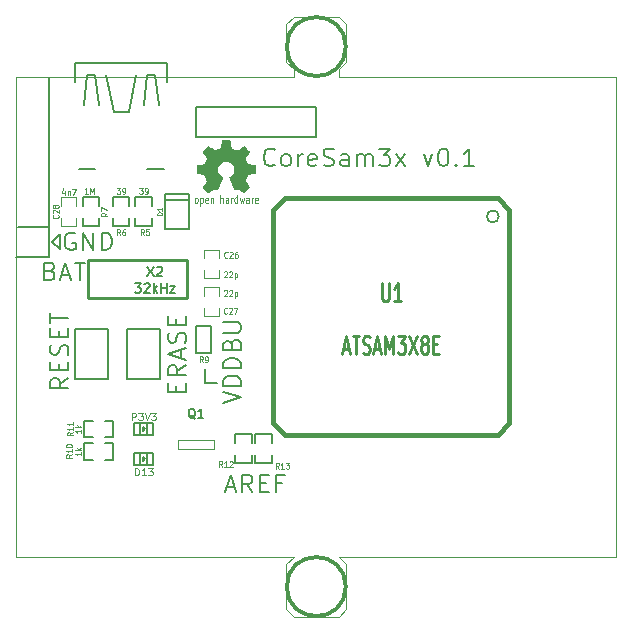
<source format=gto>
G04 (created by PCBNEW (2013-07-07 BZR 4022)-stable) date 02/11/2014 17:15:00*
%MOIN*%
G04 Gerber Fmt 3.4, Leading zero omitted, Abs format*
%FSLAX34Y34*%
G01*
G70*
G90*
G04 APERTURE LIST*
%ADD10C,0.00590551*%
%ADD11C,0.008*%
%ADD12C,0.00787402*%
%ADD13C,0.00393701*%
%ADD14C,0.015*%
%ADD15C,0.005*%
%ADD16C,0.0047*%
%ADD17C,0.012*%
%ADD18C,0.00295276*%
%ADD19C,0.0001*%
%ADD20C,0.01*%
%ADD21C,0.0075*%
%ADD22C,0.0045*%
%ADD23C,0.0051*%
%ADD24C,0.0039*%
G04 APERTURE END LIST*
G54D10*
G54D11*
X7003Y2309D02*
X7285Y2309D01*
X6947Y2140D02*
X7144Y2731D01*
X7341Y2140D01*
X7875Y2140D02*
X7678Y2422D01*
X7538Y2140D02*
X7538Y2731D01*
X7763Y2731D01*
X7819Y2703D01*
X7847Y2675D01*
X7875Y2619D01*
X7875Y2534D01*
X7847Y2478D01*
X7819Y2450D01*
X7763Y2422D01*
X7538Y2422D01*
X8128Y2450D02*
X8325Y2450D01*
X8409Y2140D02*
X8128Y2140D01*
X8128Y2731D01*
X8409Y2731D01*
X8859Y2450D02*
X8663Y2450D01*
X8663Y2140D02*
X8663Y2731D01*
X8944Y2731D01*
G54D12*
X1450Y10250D02*
X1450Y10750D01*
X1200Y10500D02*
X1450Y10250D01*
X1450Y10750D02*
X1200Y10500D01*
X1200Y10500D02*
X1450Y10750D01*
X10000Y14000D02*
X10000Y15000D01*
X6000Y14000D02*
X10000Y14000D01*
X6000Y15000D02*
X6000Y14000D01*
X10000Y15000D02*
X6000Y15000D01*
G54D11*
X8614Y13067D02*
X8586Y13039D01*
X8501Y13010D01*
X8445Y13010D01*
X8361Y13039D01*
X8305Y13095D01*
X8276Y13151D01*
X8248Y13264D01*
X8248Y13348D01*
X8276Y13460D01*
X8305Y13517D01*
X8361Y13573D01*
X8445Y13601D01*
X8501Y13601D01*
X8586Y13573D01*
X8614Y13545D01*
X8951Y13010D02*
X8895Y13039D01*
X8867Y13067D01*
X8839Y13123D01*
X8839Y13292D01*
X8867Y13348D01*
X8895Y13376D01*
X8951Y13404D01*
X9036Y13404D01*
X9092Y13376D01*
X9120Y13348D01*
X9148Y13292D01*
X9148Y13123D01*
X9120Y13067D01*
X9092Y13039D01*
X9036Y13010D01*
X8951Y13010D01*
X9401Y13010D02*
X9401Y13404D01*
X9401Y13292D02*
X9429Y13348D01*
X9458Y13376D01*
X9514Y13404D01*
X9570Y13404D01*
X9992Y13039D02*
X9936Y13010D01*
X9823Y13010D01*
X9767Y13039D01*
X9739Y13095D01*
X9739Y13320D01*
X9767Y13376D01*
X9823Y13404D01*
X9936Y13404D01*
X9992Y13376D01*
X10020Y13320D01*
X10020Y13264D01*
X9739Y13207D01*
X10245Y13039D02*
X10329Y13010D01*
X10470Y13010D01*
X10526Y13039D01*
X10554Y13067D01*
X10582Y13123D01*
X10582Y13179D01*
X10554Y13235D01*
X10526Y13264D01*
X10470Y13292D01*
X10357Y13320D01*
X10301Y13348D01*
X10273Y13376D01*
X10245Y13432D01*
X10245Y13489D01*
X10273Y13545D01*
X10301Y13573D01*
X10357Y13601D01*
X10498Y13601D01*
X10582Y13573D01*
X11089Y13010D02*
X11089Y13320D01*
X11061Y13376D01*
X11004Y13404D01*
X10892Y13404D01*
X10836Y13376D01*
X11089Y13039D02*
X11032Y13010D01*
X10892Y13010D01*
X10836Y13039D01*
X10807Y13095D01*
X10807Y13151D01*
X10836Y13207D01*
X10892Y13235D01*
X11032Y13235D01*
X11089Y13264D01*
X11370Y13010D02*
X11370Y13404D01*
X11370Y13348D02*
X11398Y13376D01*
X11454Y13404D01*
X11539Y13404D01*
X11595Y13376D01*
X11623Y13320D01*
X11623Y13010D01*
X11623Y13320D02*
X11651Y13376D01*
X11707Y13404D01*
X11792Y13404D01*
X11848Y13376D01*
X11876Y13320D01*
X11876Y13010D01*
X12101Y13601D02*
X12467Y13601D01*
X12270Y13376D01*
X12354Y13376D01*
X12410Y13348D01*
X12438Y13320D01*
X12467Y13264D01*
X12467Y13123D01*
X12438Y13067D01*
X12410Y13039D01*
X12354Y13010D01*
X12185Y13010D01*
X12129Y13039D01*
X12101Y13067D01*
X12663Y13010D02*
X12973Y13404D01*
X12663Y13404D02*
X12973Y13010D01*
X13591Y13404D02*
X13732Y13010D01*
X13873Y13404D01*
X14210Y13601D02*
X14266Y13601D01*
X14323Y13573D01*
X14351Y13545D01*
X14379Y13489D01*
X14407Y13376D01*
X14407Y13235D01*
X14379Y13123D01*
X14351Y13067D01*
X14323Y13039D01*
X14266Y13010D01*
X14210Y13010D01*
X14154Y13039D01*
X14126Y13067D01*
X14098Y13123D01*
X14070Y13235D01*
X14070Y13376D01*
X14098Y13489D01*
X14126Y13545D01*
X14154Y13573D01*
X14210Y13601D01*
X14660Y13067D02*
X14688Y13039D01*
X14660Y13010D01*
X14632Y13039D01*
X14660Y13067D01*
X14660Y13010D01*
X15251Y13010D02*
X14913Y13010D01*
X15082Y13010D02*
X15082Y13601D01*
X15026Y13517D01*
X14969Y13460D01*
X14913Y13432D01*
G54D12*
X6300Y5800D02*
X6700Y5800D01*
X6300Y6250D02*
X6300Y5800D01*
X1100Y11000D02*
X50Y11000D01*
X1100Y10000D02*
X1100Y10050D01*
X0Y10000D02*
X1100Y10000D01*
X1100Y10050D02*
X1100Y16000D01*
G54D11*
X1134Y9520D02*
X1218Y9492D01*
X1246Y9464D01*
X1274Y9407D01*
X1274Y9323D01*
X1246Y9267D01*
X1218Y9239D01*
X1162Y9210D01*
X937Y9210D01*
X937Y9801D01*
X1134Y9801D01*
X1190Y9773D01*
X1218Y9745D01*
X1246Y9689D01*
X1246Y9632D01*
X1218Y9576D01*
X1190Y9548D01*
X1134Y9520D01*
X937Y9520D01*
X1499Y9379D02*
X1780Y9379D01*
X1443Y9210D02*
X1640Y9801D01*
X1837Y9210D01*
X1949Y9801D02*
X2287Y9801D01*
X2118Y9210D02*
X2118Y9801D01*
X1950Y10773D02*
X1893Y10801D01*
X1809Y10801D01*
X1725Y10773D01*
X1668Y10717D01*
X1640Y10660D01*
X1612Y10548D01*
X1612Y10464D01*
X1640Y10351D01*
X1668Y10295D01*
X1725Y10239D01*
X1809Y10210D01*
X1865Y10210D01*
X1950Y10239D01*
X1978Y10267D01*
X1978Y10464D01*
X1865Y10464D01*
X2231Y10210D02*
X2231Y10801D01*
X2568Y10210D01*
X2568Y10801D01*
X2849Y10210D02*
X2849Y10801D01*
X2990Y10801D01*
X3074Y10773D01*
X3131Y10717D01*
X3159Y10660D01*
X3187Y10548D01*
X3187Y10464D01*
X3159Y10351D01*
X3131Y10295D01*
X3074Y10239D01*
X2990Y10210D01*
X2849Y10210D01*
X6898Y5107D02*
X7489Y5304D01*
X6898Y5501D01*
X7489Y5698D02*
X6898Y5698D01*
X6898Y5839D01*
X6926Y5923D01*
X6982Y5979D01*
X7039Y6007D01*
X7151Y6035D01*
X7235Y6035D01*
X7348Y6007D01*
X7404Y5979D01*
X7460Y5923D01*
X7489Y5839D01*
X7489Y5698D01*
X7489Y6289D02*
X6898Y6289D01*
X6898Y6429D01*
X6926Y6514D01*
X6982Y6570D01*
X7039Y6598D01*
X7151Y6626D01*
X7235Y6626D01*
X7348Y6598D01*
X7404Y6570D01*
X7460Y6514D01*
X7489Y6429D01*
X7489Y6289D01*
X7179Y7076D02*
X7207Y7160D01*
X7235Y7188D01*
X7292Y7217D01*
X7376Y7217D01*
X7432Y7188D01*
X7460Y7160D01*
X7489Y7104D01*
X7489Y6879D01*
X6898Y6879D01*
X6898Y7076D01*
X6926Y7132D01*
X6954Y7160D01*
X7010Y7188D01*
X7067Y7188D01*
X7123Y7160D01*
X7151Y7132D01*
X7179Y7076D01*
X7179Y6879D01*
X6898Y7470D02*
X7376Y7470D01*
X7432Y7498D01*
X7460Y7526D01*
X7489Y7582D01*
X7489Y7695D01*
X7460Y7751D01*
X7432Y7779D01*
X7376Y7807D01*
X6898Y7807D01*
G54D13*
X10750Y0D02*
X20000Y0D01*
X11000Y-250D02*
X10750Y0D01*
X11000Y-1750D02*
X11000Y-250D01*
X10750Y-2000D02*
X11000Y-1750D01*
X9250Y-2000D02*
X10750Y-2000D01*
X9000Y-1750D02*
X9250Y-2000D01*
X9000Y-250D02*
X9000Y-1750D01*
X9250Y0D02*
X9000Y-250D01*
X0Y0D02*
X9250Y0D01*
X10750Y16000D02*
X20000Y16000D01*
X10750Y16250D02*
X10750Y16000D01*
X11000Y16500D02*
X10750Y16250D01*
X11000Y17750D02*
X11000Y16500D01*
X10750Y18000D02*
X11000Y17750D01*
X9250Y18000D02*
X10750Y18000D01*
X9000Y17750D02*
X9250Y18000D01*
X9000Y16500D02*
X9000Y17750D01*
X9250Y16250D02*
X9000Y16500D01*
X9250Y16000D02*
X9250Y16250D01*
X0Y16000D02*
X9250Y16000D01*
X20000Y16000D02*
X20000Y0D01*
X0Y0D02*
X0Y16000D01*
G54D14*
X16437Y4457D02*
X16437Y11543D01*
X8957Y4063D02*
X16043Y4063D01*
X8563Y11543D02*
X8563Y4457D01*
X16043Y11937D02*
X8957Y11937D01*
X8957Y4063D02*
X8563Y4457D01*
X16437Y4457D02*
X16043Y4063D01*
X16043Y11937D02*
X16437Y11543D01*
X8563Y11543D02*
X8957Y11937D01*
G54D11*
X16084Y11338D02*
G75*
G03X16084Y11338I-200J0D01*
G74*
G01*
G54D15*
X4525Y11697D02*
X4525Y11975D01*
X4525Y11975D02*
X3975Y11975D01*
X3975Y11975D02*
X3975Y11697D01*
X4525Y11025D02*
X4525Y11303D01*
X4525Y11025D02*
X3975Y11025D01*
X3975Y11025D02*
X3975Y11303D01*
X3775Y11697D02*
X3775Y11975D01*
X3775Y11975D02*
X3225Y11975D01*
X3225Y11975D02*
X3225Y11697D01*
X3775Y11025D02*
X3775Y11303D01*
X3775Y11025D02*
X3225Y11025D01*
X3225Y11025D02*
X3225Y11303D01*
G54D16*
X6244Y8303D02*
X6244Y8028D01*
X6244Y8697D02*
X6244Y8972D01*
X6756Y8303D02*
X6756Y8028D01*
X6756Y8972D02*
X6756Y8697D01*
X6750Y8028D02*
X6250Y8028D01*
X6250Y8972D02*
X6750Y8972D01*
X6756Y9947D02*
X6756Y10222D01*
X6756Y9553D02*
X6756Y9278D01*
X6244Y9947D02*
X6244Y10222D01*
X6244Y9278D02*
X6244Y9553D01*
X6250Y10222D02*
X6750Y10222D01*
X6750Y9278D02*
X6250Y9278D01*
G54D17*
X10984Y17000D02*
G75*
G03X10984Y17000I-984J0D01*
G74*
G01*
X10984Y-1000D02*
G75*
G03X10984Y-1000I-984J0D01*
G74*
G01*
G54D15*
X6000Y6800D02*
X6000Y7700D01*
X6000Y7700D02*
X6500Y7700D01*
X6500Y7700D02*
X6500Y6800D01*
X6500Y6800D02*
X6000Y6800D01*
X2553Y3775D02*
X2275Y3775D01*
X2275Y3775D02*
X2275Y3225D01*
X2275Y3225D02*
X2553Y3225D01*
X3225Y3775D02*
X2947Y3775D01*
X3225Y3775D02*
X3225Y3225D01*
X3225Y3225D02*
X2947Y3225D01*
G54D16*
X5400Y3900D02*
X6600Y3900D01*
X6600Y3900D02*
X6600Y3600D01*
X6600Y3600D02*
X5400Y3600D01*
X5400Y3600D02*
X5400Y3900D01*
G54D15*
X2225Y11303D02*
X2225Y11025D01*
X2225Y11025D02*
X2775Y11025D01*
X2775Y11025D02*
X2775Y11303D01*
X2225Y11975D02*
X2225Y11697D01*
X2225Y11975D02*
X2775Y11975D01*
X2775Y11975D02*
X2775Y11697D01*
G54D16*
X1494Y11303D02*
X1494Y11028D01*
X1494Y11697D02*
X1494Y11972D01*
X2006Y11303D02*
X2006Y11028D01*
X2006Y11972D02*
X2006Y11697D01*
X2000Y11028D02*
X1500Y11028D01*
X1500Y11972D02*
X2000Y11972D01*
G54D15*
X2553Y4525D02*
X2275Y4525D01*
X2275Y4525D02*
X2275Y3975D01*
X2275Y3975D02*
X2553Y3975D01*
X3225Y4525D02*
X2947Y4525D01*
X3225Y4525D02*
X3225Y3975D01*
X3225Y3975D02*
X2947Y3975D01*
X7295Y3403D02*
X7295Y3125D01*
X7295Y3125D02*
X7845Y3125D01*
X7845Y3125D02*
X7845Y3403D01*
X7295Y4075D02*
X7295Y3797D01*
X7295Y4075D02*
X7845Y4075D01*
X7845Y4075D02*
X7845Y3797D01*
X7975Y3403D02*
X7975Y3125D01*
X7975Y3125D02*
X8525Y3125D01*
X8525Y3125D02*
X8525Y3403D01*
X7975Y4075D02*
X7975Y3797D01*
X7975Y4075D02*
X8525Y4075D01*
X8525Y4075D02*
X8525Y3797D01*
G54D18*
X7850Y11968D02*
X7850Y11787D01*
X7885Y11968D02*
X7905Y11968D01*
X7866Y11956D02*
X7885Y11968D01*
X7858Y11948D02*
X7866Y11956D01*
X7850Y11921D02*
X7858Y11948D01*
X8023Y11787D02*
X8043Y11799D01*
X7984Y11787D02*
X8023Y11787D01*
X7968Y11799D02*
X7984Y11787D01*
X7960Y11826D02*
X7968Y11799D01*
X7960Y11933D02*
X7960Y11826D01*
X7972Y11956D02*
X7960Y11933D01*
X7988Y11968D02*
X7972Y11956D01*
X8027Y11968D02*
X7988Y11968D01*
X8043Y11952D02*
X8027Y11968D01*
X8051Y11925D02*
X8043Y11952D01*
X8051Y11877D02*
X8051Y11925D01*
X8051Y11877D02*
X7960Y11877D01*
X7755Y11933D02*
X7755Y11787D01*
X7744Y11956D02*
X7755Y11933D01*
X7728Y11968D02*
X7744Y11956D01*
X7688Y11968D02*
X7728Y11968D01*
X7669Y11956D02*
X7688Y11968D01*
X7692Y11893D02*
X7673Y11881D01*
X7740Y11893D02*
X7692Y11893D01*
X7755Y11905D02*
X7740Y11893D01*
X7736Y11787D02*
X7755Y11803D01*
X7688Y11787D02*
X7736Y11787D01*
X7669Y11803D02*
X7688Y11787D01*
X7661Y11826D02*
X7669Y11803D01*
X7661Y11854D02*
X7661Y11826D01*
X7673Y11881D02*
X7661Y11854D01*
X7444Y11968D02*
X7484Y11787D01*
X7484Y11787D02*
X7519Y11921D01*
X7519Y11921D02*
X7559Y11787D01*
X7559Y11787D02*
X7598Y11968D01*
X7370Y11799D02*
X7354Y11787D01*
X7354Y11787D02*
X7311Y11787D01*
X7311Y11787D02*
X7295Y11799D01*
X7295Y11799D02*
X7287Y11811D01*
X7287Y11811D02*
X7275Y11838D01*
X7275Y11838D02*
X7275Y11917D01*
X7275Y11917D02*
X7287Y11944D01*
X7287Y11944D02*
X7295Y11956D01*
X7295Y11956D02*
X7318Y11972D01*
X7318Y11972D02*
X7346Y11972D01*
X7346Y11972D02*
X7370Y11956D01*
X7370Y12062D02*
X7370Y11787D01*
X7165Y11921D02*
X7173Y11948D01*
X7173Y11948D02*
X7181Y11956D01*
X7181Y11956D02*
X7200Y11968D01*
X7200Y11968D02*
X7220Y11968D01*
X7165Y11968D02*
X7165Y11787D01*
X6988Y11881D02*
X6976Y11854D01*
X6976Y11854D02*
X6976Y11826D01*
X6976Y11826D02*
X6984Y11803D01*
X6984Y11803D02*
X7003Y11787D01*
X7003Y11787D02*
X7051Y11787D01*
X7051Y11787D02*
X7070Y11803D01*
X7070Y11905D02*
X7055Y11893D01*
X7055Y11893D02*
X7007Y11893D01*
X7007Y11893D02*
X6988Y11881D01*
X6984Y11956D02*
X7003Y11968D01*
X7003Y11968D02*
X7043Y11968D01*
X7043Y11968D02*
X7059Y11956D01*
X7059Y11956D02*
X7070Y11933D01*
X7070Y11933D02*
X7070Y11787D01*
X6807Y11940D02*
X6814Y11956D01*
X6814Y11956D02*
X6834Y11968D01*
X6834Y11968D02*
X6866Y11968D01*
X6866Y11968D02*
X6881Y11956D01*
X6881Y11956D02*
X6889Y11933D01*
X6889Y11933D02*
X6889Y11787D01*
X6807Y12062D02*
X6807Y11787D01*
X6393Y11877D02*
X6303Y11877D01*
X6480Y11944D02*
X6488Y11956D01*
X6488Y11956D02*
X6503Y11968D01*
X6503Y11968D02*
X6539Y11968D01*
X6539Y11968D02*
X6555Y11956D01*
X6555Y11956D02*
X6562Y11933D01*
X6562Y11933D02*
X6562Y11787D01*
X6480Y11968D02*
X6480Y11787D01*
X6393Y11877D02*
X6393Y11925D01*
X6393Y11925D02*
X6385Y11952D01*
X6385Y11952D02*
X6370Y11968D01*
X6370Y11968D02*
X6330Y11968D01*
X6330Y11968D02*
X6314Y11956D01*
X6314Y11956D02*
X6303Y11933D01*
X6303Y11933D02*
X6303Y11826D01*
X6303Y11826D02*
X6311Y11799D01*
X6311Y11799D02*
X6326Y11787D01*
X6326Y11787D02*
X6366Y11787D01*
X6366Y11787D02*
X6385Y11799D01*
X6133Y11956D02*
X6149Y11968D01*
X6149Y11968D02*
X6188Y11968D01*
X6188Y11968D02*
X6204Y11956D01*
X6204Y11956D02*
X6216Y11944D01*
X6216Y11944D02*
X6224Y11921D01*
X6224Y11921D02*
X6224Y11834D01*
X6224Y11834D02*
X6216Y11811D01*
X6216Y11811D02*
X6208Y11799D01*
X6208Y11799D02*
X6192Y11787D01*
X6192Y11787D02*
X6153Y11787D01*
X6153Y11787D02*
X6133Y11799D01*
X6133Y11692D02*
X6133Y11968D01*
X6011Y11968D02*
X5980Y11968D01*
X5980Y11968D02*
X5964Y11956D01*
X5964Y11956D02*
X5956Y11944D01*
X5956Y11944D02*
X5944Y11917D01*
X5980Y11787D02*
X6011Y11787D01*
X6011Y11787D02*
X6031Y11799D01*
X6031Y11799D02*
X6039Y11811D01*
X6039Y11811D02*
X6047Y11838D01*
X6047Y11838D02*
X6047Y11917D01*
X6047Y11917D02*
X6039Y11940D01*
X6039Y11940D02*
X6031Y11952D01*
X6031Y11952D02*
X6011Y11968D01*
X5944Y11917D02*
X5944Y11838D01*
X5944Y11838D02*
X5952Y11814D01*
X5952Y11814D02*
X5960Y11803D01*
X5960Y11803D02*
X5980Y11787D01*
G54D19*
G36*
X6404Y12116D02*
X6414Y12122D01*
X6437Y12136D01*
X6470Y12158D01*
X6509Y12184D01*
X6548Y12210D01*
X6580Y12231D01*
X6602Y12246D01*
X6612Y12251D01*
X6617Y12249D01*
X6635Y12240D01*
X6662Y12226D01*
X6678Y12218D01*
X6702Y12208D01*
X6715Y12205D01*
X6717Y12209D01*
X6726Y12228D01*
X6740Y12260D01*
X6758Y12303D01*
X6780Y12353D01*
X6802Y12406D01*
X6825Y12461D01*
X6847Y12514D01*
X6866Y12561D01*
X6882Y12599D01*
X6892Y12626D01*
X6896Y12637D01*
X6895Y12640D01*
X6882Y12652D01*
X6861Y12668D01*
X6814Y12706D01*
X6768Y12763D01*
X6740Y12828D01*
X6731Y12901D01*
X6739Y12968D01*
X6765Y13032D01*
X6810Y13090D01*
X6865Y13133D01*
X6929Y13160D01*
X7000Y13169D01*
X7068Y13161D01*
X7134Y13135D01*
X7192Y13091D01*
X7217Y13063D01*
X7251Y13004D01*
X7270Y12942D01*
X7272Y12926D01*
X7269Y12857D01*
X7249Y12790D01*
X7212Y12731D01*
X7161Y12682D01*
X7155Y12678D01*
X7132Y12660D01*
X7116Y12648D01*
X7104Y12638D01*
X7192Y12426D01*
X7206Y12393D01*
X7230Y12335D01*
X7251Y12285D01*
X7268Y12245D01*
X7280Y12219D01*
X7285Y12208D01*
X7285Y12207D01*
X7293Y12206D01*
X7309Y12212D01*
X7339Y12226D01*
X7358Y12236D01*
X7381Y12247D01*
X7391Y12251D01*
X7400Y12246D01*
X7421Y12232D01*
X7453Y12211D01*
X7491Y12186D01*
X7527Y12161D01*
X7560Y12139D01*
X7584Y12124D01*
X7596Y12117D01*
X7598Y12117D01*
X7608Y12123D01*
X7627Y12139D01*
X7656Y12166D01*
X7697Y12207D01*
X7703Y12213D01*
X7737Y12247D01*
X7764Y12276D01*
X7782Y12296D01*
X7789Y12305D01*
X7789Y12305D01*
X7783Y12317D01*
X7768Y12341D01*
X7746Y12375D01*
X7719Y12414D01*
X7649Y12516D01*
X7687Y12612D01*
X7699Y12642D01*
X7714Y12677D01*
X7725Y12703D01*
X7731Y12714D01*
X7741Y12718D01*
X7768Y12724D01*
X7806Y12732D01*
X7851Y12740D01*
X7895Y12748D01*
X7934Y12756D01*
X7962Y12761D01*
X7975Y12764D01*
X7978Y12766D01*
X7981Y12772D01*
X7982Y12785D01*
X7983Y12809D01*
X7984Y12846D01*
X7984Y12901D01*
X7984Y12907D01*
X7983Y12958D01*
X7982Y13000D01*
X7981Y13026D01*
X7979Y13037D01*
X7979Y13037D01*
X7967Y13040D01*
X7939Y13046D01*
X7900Y13053D01*
X7853Y13062D01*
X7850Y13063D01*
X7804Y13072D01*
X7765Y13080D01*
X7737Y13086D01*
X7726Y13090D01*
X7723Y13093D01*
X7714Y13111D01*
X7701Y13140D01*
X7685Y13175D01*
X7670Y13212D01*
X7657Y13245D01*
X7648Y13269D01*
X7645Y13280D01*
X7646Y13281D01*
X7653Y13292D01*
X7669Y13316D01*
X7691Y13349D01*
X7718Y13389D01*
X7720Y13392D01*
X7747Y13431D01*
X7769Y13465D01*
X7783Y13488D01*
X7789Y13499D01*
X7789Y13500D01*
X7780Y13512D01*
X7760Y13534D01*
X7731Y13564D01*
X7697Y13599D01*
X7686Y13609D01*
X7647Y13647D01*
X7621Y13671D01*
X7604Y13684D01*
X7596Y13687D01*
X7596Y13687D01*
X7584Y13680D01*
X7559Y13664D01*
X7526Y13641D01*
X7486Y13614D01*
X7483Y13612D01*
X7444Y13585D01*
X7411Y13563D01*
X7388Y13547D01*
X7377Y13541D01*
X7376Y13541D01*
X7360Y13546D01*
X7332Y13556D01*
X7297Y13569D01*
X7261Y13584D01*
X7228Y13598D01*
X7203Y13609D01*
X7191Y13616D01*
X7191Y13616D01*
X7187Y13630D01*
X7180Y13660D01*
X7172Y13700D01*
X7162Y13748D01*
X7161Y13756D01*
X7152Y13803D01*
X7145Y13842D01*
X7139Y13869D01*
X7136Y13880D01*
X7130Y13881D01*
X7107Y13883D01*
X7072Y13884D01*
X7029Y13884D01*
X6985Y13884D01*
X6942Y13883D01*
X6905Y13882D01*
X6878Y13880D01*
X6867Y13878D01*
X6867Y13877D01*
X6863Y13862D01*
X6856Y13833D01*
X6848Y13792D01*
X6839Y13744D01*
X6837Y13735D01*
X6828Y13689D01*
X6820Y13650D01*
X6815Y13624D01*
X6812Y13613D01*
X6807Y13611D01*
X6788Y13603D01*
X6757Y13590D01*
X6718Y13574D01*
X6628Y13538D01*
X6517Y13613D01*
X6507Y13620D01*
X6467Y13647D01*
X6435Y13669D01*
X6412Y13684D01*
X6403Y13689D01*
X6402Y13689D01*
X6391Y13679D01*
X6369Y13658D01*
X6339Y13629D01*
X6304Y13595D01*
X6279Y13569D01*
X6248Y13538D01*
X6229Y13517D01*
X6218Y13504D01*
X6215Y13496D01*
X6216Y13490D01*
X6223Y13479D01*
X6239Y13455D01*
X6262Y13421D01*
X6289Y13382D01*
X6311Y13349D01*
X6335Y13312D01*
X6350Y13286D01*
X6356Y13273D01*
X6354Y13268D01*
X6347Y13246D01*
X6333Y13213D01*
X6317Y13174D01*
X6278Y13087D01*
X6221Y13076D01*
X6186Y13069D01*
X6138Y13060D01*
X6091Y13051D01*
X6019Y13037D01*
X6016Y12771D01*
X6027Y12766D01*
X6038Y12763D01*
X6065Y12757D01*
X6103Y12749D01*
X6149Y12741D01*
X6187Y12734D01*
X6226Y12726D01*
X6254Y12721D01*
X6266Y12718D01*
X6270Y12714D01*
X6279Y12695D01*
X6293Y12665D01*
X6309Y12629D01*
X6324Y12592D01*
X6338Y12557D01*
X6347Y12531D01*
X6351Y12518D01*
X6346Y12507D01*
X6331Y12484D01*
X6310Y12452D01*
X6283Y12413D01*
X6257Y12375D01*
X6234Y12342D01*
X6219Y12318D01*
X6212Y12307D01*
X6216Y12300D01*
X6231Y12281D01*
X6260Y12251D01*
X6304Y12208D01*
X6311Y12201D01*
X6345Y12168D01*
X6374Y12141D01*
X6395Y12123D01*
X6404Y12116D01*
X6404Y12116D01*
G37*
G54D20*
X5696Y9879D02*
X2388Y9879D01*
X5696Y9879D02*
X5696Y8620D01*
X5696Y8620D02*
X2388Y8620D01*
X2388Y9879D02*
X2388Y8620D01*
G54D10*
X3698Y5923D02*
X4801Y5923D01*
X4801Y5923D02*
X4801Y7576D01*
X4801Y7576D02*
X3698Y7576D01*
X3698Y5923D02*
X3698Y7576D01*
G54D15*
X4368Y4053D02*
X4368Y4447D01*
X4132Y4447D02*
X4132Y4053D01*
X4250Y4211D02*
X4250Y4289D01*
X4211Y4329D02*
X4211Y4171D01*
X4211Y4171D02*
X4289Y4250D01*
X4289Y4250D02*
X4211Y4329D01*
X3935Y4447D02*
X4565Y4447D01*
X4565Y4447D02*
X4565Y4053D01*
X4565Y4053D02*
X3935Y4053D01*
X3935Y4053D02*
X3935Y4447D01*
X4368Y3053D02*
X4368Y3447D01*
X4132Y3447D02*
X4132Y3053D01*
X4250Y3211D02*
X4250Y3289D01*
X4211Y3329D02*
X4211Y3171D01*
X4211Y3171D02*
X4289Y3250D01*
X4289Y3250D02*
X4211Y3329D01*
X3935Y3447D02*
X4565Y3447D01*
X4565Y3447D02*
X4565Y3053D01*
X4565Y3053D02*
X3935Y3053D01*
X3935Y3053D02*
X3935Y3447D01*
G54D10*
X1948Y5923D02*
X3051Y5923D01*
X3051Y5923D02*
X3051Y7576D01*
X3051Y7576D02*
X1948Y7576D01*
X1948Y5923D02*
X1948Y7576D01*
X4366Y12911D02*
X4917Y12911D01*
X2082Y12911D02*
X2633Y12911D01*
G54D21*
X1965Y16455D02*
X1965Y15825D01*
X5035Y16455D02*
X5035Y15825D01*
X1965Y16455D02*
X5035Y16455D01*
G54D15*
X4000Y16066D02*
X3750Y14816D01*
X3750Y14816D02*
X3250Y14816D01*
X3250Y14816D02*
X3000Y16066D01*
X2250Y15066D02*
X2375Y16066D01*
X2375Y16066D02*
X2625Y16066D01*
X2625Y16066D02*
X2750Y15066D01*
X4750Y15066D02*
X4625Y16066D01*
X4625Y16066D02*
X4375Y16066D01*
X4375Y16066D02*
X4250Y15066D01*
X4956Y11894D02*
X5744Y11894D01*
X4956Y12091D02*
X4956Y10909D01*
X4956Y10909D02*
X5744Y10909D01*
X5744Y10909D02*
X5744Y12091D01*
X5744Y12091D02*
X4956Y12091D01*
G54D20*
X12195Y9107D02*
X12195Y8621D01*
X12214Y8564D01*
X12233Y8535D01*
X12271Y8507D01*
X12347Y8507D01*
X12385Y8535D01*
X12404Y8564D01*
X12423Y8621D01*
X12423Y9107D01*
X12823Y8507D02*
X12595Y8507D01*
X12709Y8507D02*
X12709Y9107D01*
X12671Y9021D01*
X12633Y8964D01*
X12595Y8935D01*
X10909Y6928D02*
X11100Y6928D01*
X10871Y6757D02*
X11004Y7357D01*
X11138Y6757D01*
X11214Y7357D02*
X11442Y7357D01*
X11328Y6757D02*
X11328Y7357D01*
X11557Y6785D02*
X11614Y6757D01*
X11709Y6757D01*
X11747Y6785D01*
X11766Y6814D01*
X11785Y6871D01*
X11785Y6928D01*
X11766Y6985D01*
X11747Y7014D01*
X11709Y7042D01*
X11633Y7071D01*
X11595Y7100D01*
X11576Y7128D01*
X11557Y7185D01*
X11557Y7242D01*
X11576Y7300D01*
X11595Y7328D01*
X11633Y7357D01*
X11728Y7357D01*
X11785Y7328D01*
X11938Y6928D02*
X12128Y6928D01*
X11900Y6757D02*
X12033Y7357D01*
X12166Y6757D01*
X12300Y6757D02*
X12300Y7357D01*
X12433Y6928D01*
X12566Y7357D01*
X12566Y6757D01*
X12719Y7357D02*
X12966Y7357D01*
X12833Y7128D01*
X12890Y7128D01*
X12928Y7100D01*
X12947Y7071D01*
X12966Y7014D01*
X12966Y6871D01*
X12947Y6814D01*
X12928Y6785D01*
X12890Y6757D01*
X12776Y6757D01*
X12738Y6785D01*
X12719Y6814D01*
X13100Y7357D02*
X13366Y6757D01*
X13366Y7357D02*
X13100Y6757D01*
X13576Y7100D02*
X13538Y7128D01*
X13519Y7157D01*
X13500Y7214D01*
X13500Y7242D01*
X13519Y7300D01*
X13538Y7328D01*
X13576Y7357D01*
X13652Y7357D01*
X13690Y7328D01*
X13709Y7300D01*
X13728Y7242D01*
X13728Y7214D01*
X13709Y7157D01*
X13690Y7128D01*
X13652Y7100D01*
X13576Y7100D01*
X13538Y7071D01*
X13519Y7042D01*
X13500Y6985D01*
X13500Y6871D01*
X13519Y6814D01*
X13538Y6785D01*
X13576Y6757D01*
X13652Y6757D01*
X13690Y6785D01*
X13709Y6814D01*
X13728Y6871D01*
X13728Y6985D01*
X13709Y7042D01*
X13690Y7071D01*
X13652Y7100D01*
X13900Y7071D02*
X14033Y7071D01*
X14090Y6757D02*
X13900Y6757D01*
X13900Y7357D01*
X14090Y7357D01*
G54D22*
X4260Y10720D02*
X4200Y10814D01*
X4157Y10720D02*
X4157Y10917D01*
X4225Y10917D01*
X4242Y10907D01*
X4251Y10898D01*
X4260Y10879D01*
X4260Y10851D01*
X4251Y10832D01*
X4242Y10823D01*
X4225Y10814D01*
X4157Y10814D01*
X4422Y10917D02*
X4337Y10917D01*
X4328Y10823D01*
X4337Y10832D01*
X4354Y10842D01*
X4397Y10842D01*
X4414Y10832D01*
X4422Y10823D01*
X4431Y10804D01*
X4431Y10757D01*
X4422Y10739D01*
X4414Y10729D01*
X4397Y10720D01*
X4354Y10720D01*
X4337Y10729D01*
X4328Y10739D01*
X4104Y12288D02*
X4215Y12288D01*
X4155Y12211D01*
X4181Y12211D01*
X4198Y12202D01*
X4207Y12192D01*
X4215Y12173D01*
X4215Y12126D01*
X4207Y12107D01*
X4198Y12097D01*
X4181Y12088D01*
X4130Y12088D01*
X4112Y12097D01*
X4104Y12107D01*
X4301Y12088D02*
X4335Y12088D01*
X4352Y12097D01*
X4361Y12107D01*
X4378Y12135D01*
X4387Y12173D01*
X4387Y12249D01*
X4378Y12269D01*
X4370Y12278D01*
X4352Y12288D01*
X4318Y12288D01*
X4301Y12278D01*
X4292Y12269D01*
X4284Y12249D01*
X4284Y12202D01*
X4292Y12183D01*
X4301Y12173D01*
X4318Y12164D01*
X4352Y12164D01*
X4370Y12173D01*
X4378Y12183D01*
X4387Y12202D01*
X3470Y10710D02*
X3410Y10804D01*
X3367Y10710D02*
X3367Y10907D01*
X3435Y10907D01*
X3452Y10897D01*
X3461Y10888D01*
X3470Y10869D01*
X3470Y10841D01*
X3461Y10822D01*
X3452Y10813D01*
X3435Y10804D01*
X3367Y10804D01*
X3624Y10907D02*
X3590Y10907D01*
X3572Y10897D01*
X3564Y10888D01*
X3547Y10860D01*
X3538Y10822D01*
X3538Y10747D01*
X3547Y10729D01*
X3555Y10719D01*
X3572Y10710D01*
X3607Y10710D01*
X3624Y10719D01*
X3632Y10729D01*
X3641Y10747D01*
X3641Y10794D01*
X3632Y10813D01*
X3624Y10822D01*
X3607Y10832D01*
X3572Y10832D01*
X3555Y10822D01*
X3547Y10813D01*
X3538Y10794D01*
X3354Y12288D02*
X3465Y12288D01*
X3405Y12211D01*
X3431Y12211D01*
X3448Y12202D01*
X3457Y12192D01*
X3465Y12173D01*
X3465Y12126D01*
X3457Y12107D01*
X3448Y12097D01*
X3431Y12088D01*
X3380Y12088D01*
X3362Y12097D01*
X3354Y12107D01*
X3551Y12088D02*
X3585Y12088D01*
X3602Y12097D01*
X3611Y12107D01*
X3628Y12135D01*
X3637Y12173D01*
X3637Y12249D01*
X3628Y12269D01*
X3620Y12278D01*
X3602Y12288D01*
X3568Y12288D01*
X3551Y12278D01*
X3542Y12269D01*
X3534Y12249D01*
X3534Y12202D01*
X3542Y12183D01*
X3551Y12173D01*
X3568Y12164D01*
X3602Y12164D01*
X3620Y12173D01*
X3628Y12183D01*
X3637Y12202D01*
X7024Y8118D02*
X7015Y8108D01*
X6990Y8099D01*
X6972Y8099D01*
X6947Y8108D01*
X6930Y8127D01*
X6921Y8146D01*
X6912Y8184D01*
X6912Y8213D01*
X6921Y8251D01*
X6930Y8270D01*
X6947Y8289D01*
X6972Y8299D01*
X6990Y8299D01*
X7015Y8289D01*
X7024Y8280D01*
X7092Y8280D02*
X7101Y8289D01*
X7118Y8299D01*
X7161Y8299D01*
X7178Y8289D01*
X7187Y8280D01*
X7195Y8260D01*
X7195Y8241D01*
X7187Y8213D01*
X7084Y8099D01*
X7195Y8099D01*
X7255Y8299D02*
X7375Y8299D01*
X7298Y8099D01*
X6931Y8870D02*
X6940Y8879D01*
X6957Y8889D01*
X7000Y8889D01*
X7017Y8879D01*
X7025Y8870D01*
X7034Y8850D01*
X7034Y8831D01*
X7025Y8803D01*
X6922Y8689D01*
X7034Y8689D01*
X7102Y8870D02*
X7111Y8879D01*
X7128Y8889D01*
X7171Y8889D01*
X7188Y8879D01*
X7197Y8870D01*
X7205Y8850D01*
X7205Y8831D01*
X7197Y8803D01*
X7094Y8689D01*
X7205Y8689D01*
X7282Y8822D02*
X7282Y8622D01*
X7282Y8812D02*
X7300Y8822D01*
X7334Y8822D01*
X7351Y8812D01*
X7360Y8803D01*
X7368Y8784D01*
X7368Y8727D01*
X7360Y8708D01*
X7351Y8698D01*
X7334Y8689D01*
X7300Y8689D01*
X7282Y8698D01*
X7044Y9978D02*
X7035Y9968D01*
X7010Y9959D01*
X6992Y9959D01*
X6967Y9968D01*
X6950Y9987D01*
X6941Y10006D01*
X6932Y10044D01*
X6932Y10073D01*
X6941Y10111D01*
X6950Y10130D01*
X6967Y10149D01*
X6992Y10159D01*
X7010Y10159D01*
X7035Y10149D01*
X7044Y10140D01*
X7112Y10140D02*
X7121Y10149D01*
X7138Y10159D01*
X7181Y10159D01*
X7198Y10149D01*
X7207Y10140D01*
X7215Y10120D01*
X7215Y10101D01*
X7207Y10073D01*
X7104Y9959D01*
X7215Y9959D01*
X7370Y10159D02*
X7335Y10159D01*
X7318Y10149D01*
X7310Y10140D01*
X7292Y10111D01*
X7284Y10073D01*
X7284Y9997D01*
X7292Y9978D01*
X7301Y9968D01*
X7318Y9959D01*
X7352Y9959D01*
X7370Y9968D01*
X7378Y9978D01*
X7387Y9997D01*
X7387Y10044D01*
X7378Y10063D01*
X7370Y10073D01*
X7352Y10082D01*
X7318Y10082D01*
X7301Y10073D01*
X7292Y10063D01*
X7284Y10044D01*
X6931Y9490D02*
X6940Y9499D01*
X6957Y9509D01*
X7000Y9509D01*
X7017Y9499D01*
X7025Y9490D01*
X7034Y9470D01*
X7034Y9451D01*
X7025Y9423D01*
X6922Y9309D01*
X7034Y9309D01*
X7102Y9490D02*
X7111Y9499D01*
X7128Y9509D01*
X7171Y9509D01*
X7188Y9499D01*
X7197Y9490D01*
X7205Y9470D01*
X7205Y9451D01*
X7197Y9423D01*
X7094Y9309D01*
X7205Y9309D01*
X7282Y9442D02*
X7282Y9242D01*
X7282Y9432D02*
X7300Y9442D01*
X7334Y9442D01*
X7351Y9432D01*
X7360Y9423D01*
X7368Y9404D01*
X7368Y9347D01*
X7360Y9328D01*
X7351Y9318D01*
X7334Y9309D01*
X7300Y9309D01*
X7282Y9318D01*
X6220Y6479D02*
X6160Y6574D01*
X6117Y6479D02*
X6117Y6679D01*
X6185Y6679D01*
X6202Y6669D01*
X6211Y6660D01*
X6220Y6640D01*
X6220Y6612D01*
X6211Y6593D01*
X6202Y6583D01*
X6185Y6574D01*
X6117Y6574D01*
X6305Y6479D02*
X6340Y6479D01*
X6357Y6488D01*
X6365Y6498D01*
X6382Y6526D01*
X6391Y6564D01*
X6391Y6640D01*
X6382Y6660D01*
X6374Y6669D01*
X6357Y6679D01*
X6322Y6679D01*
X6305Y6669D01*
X6297Y6660D01*
X6288Y6640D01*
X6288Y6593D01*
X6297Y6574D01*
X6305Y6564D01*
X6322Y6555D01*
X6357Y6555D01*
X6374Y6564D01*
X6382Y6574D01*
X6391Y6593D01*
X1859Y3404D02*
X1765Y3344D01*
X1859Y3301D02*
X1662Y3301D01*
X1662Y3370D01*
X1672Y3387D01*
X1681Y3395D01*
X1700Y3404D01*
X1728Y3404D01*
X1747Y3395D01*
X1756Y3387D01*
X1765Y3370D01*
X1765Y3301D01*
X1859Y3575D02*
X1859Y3472D01*
X1859Y3524D02*
X1662Y3524D01*
X1690Y3507D01*
X1709Y3490D01*
X1719Y3472D01*
X1662Y3687D02*
X1662Y3704D01*
X1672Y3721D01*
X1681Y3730D01*
X1700Y3738D01*
X1737Y3747D01*
X1784Y3747D01*
X1822Y3738D01*
X1840Y3730D01*
X1850Y3721D01*
X1859Y3704D01*
X1859Y3687D01*
X1850Y3670D01*
X1840Y3661D01*
X1822Y3652D01*
X1784Y3644D01*
X1737Y3644D01*
X1700Y3652D01*
X1681Y3661D01*
X1672Y3670D01*
X1662Y3687D01*
X2161Y3478D02*
X2161Y3375D01*
X2161Y3427D02*
X1961Y3427D01*
X1990Y3410D01*
X2009Y3392D01*
X2019Y3375D01*
X2161Y3555D02*
X1961Y3555D01*
X2085Y3572D02*
X2161Y3624D01*
X2028Y3624D02*
X2104Y3555D01*
G54D23*
X5961Y4600D02*
X5932Y4614D01*
X5904Y4642D01*
X5861Y4685D01*
X5832Y4700D01*
X5804Y4700D01*
X5818Y4628D02*
X5790Y4642D01*
X5761Y4671D01*
X5747Y4728D01*
X5747Y4828D01*
X5761Y4885D01*
X5790Y4914D01*
X5818Y4928D01*
X5875Y4928D01*
X5904Y4914D01*
X5932Y4885D01*
X5947Y4828D01*
X5947Y4728D01*
X5932Y4671D01*
X5904Y4642D01*
X5875Y4628D01*
X5818Y4628D01*
X6232Y4628D02*
X6061Y4628D01*
X6147Y4628D02*
X6147Y4928D01*
X6118Y4885D01*
X6090Y4857D01*
X6061Y4842D01*
G54D22*
X3039Y11460D02*
X2945Y11400D01*
X3039Y11357D02*
X2842Y11357D01*
X2842Y11425D01*
X2852Y11442D01*
X2861Y11451D01*
X2880Y11460D01*
X2908Y11460D01*
X2927Y11451D01*
X2936Y11442D01*
X2945Y11425D01*
X2945Y11357D01*
X2842Y11520D02*
X2842Y11640D01*
X3039Y11562D01*
X2388Y12099D02*
X2285Y12099D01*
X2337Y12099D02*
X2337Y12299D01*
X2320Y12270D01*
X2302Y12251D01*
X2285Y12241D01*
X2465Y12099D02*
X2465Y12299D01*
X2525Y12156D01*
X2585Y12299D01*
X2585Y12099D01*
X1391Y11384D02*
X1401Y11375D01*
X1410Y11350D01*
X1410Y11332D01*
X1401Y11307D01*
X1382Y11290D01*
X1363Y11281D01*
X1325Y11272D01*
X1296Y11272D01*
X1258Y11281D01*
X1239Y11290D01*
X1220Y11307D01*
X1210Y11332D01*
X1210Y11350D01*
X1220Y11375D01*
X1230Y11384D01*
X1230Y11452D02*
X1220Y11461D01*
X1210Y11478D01*
X1210Y11521D01*
X1220Y11538D01*
X1230Y11547D01*
X1249Y11555D01*
X1268Y11555D01*
X1296Y11547D01*
X1410Y11444D01*
X1410Y11555D01*
X1296Y11658D02*
X1287Y11641D01*
X1277Y11632D01*
X1258Y11624D01*
X1249Y11624D01*
X1230Y11632D01*
X1220Y11641D01*
X1210Y11658D01*
X1210Y11692D01*
X1220Y11710D01*
X1230Y11718D01*
X1249Y11727D01*
X1258Y11727D01*
X1277Y11718D01*
X1287Y11710D01*
X1296Y11692D01*
X1296Y11658D01*
X1306Y11641D01*
X1315Y11632D01*
X1334Y11624D01*
X1372Y11624D01*
X1391Y11632D01*
X1401Y11641D01*
X1410Y11658D01*
X1410Y11692D01*
X1401Y11710D01*
X1391Y11718D01*
X1372Y11727D01*
X1334Y11727D01*
X1315Y11718D01*
X1306Y11710D01*
X1296Y11692D01*
X1617Y12202D02*
X1617Y12069D01*
X1574Y12278D02*
X1531Y12135D01*
X1642Y12135D01*
X1711Y12202D02*
X1711Y12069D01*
X1711Y12183D02*
X1720Y12192D01*
X1737Y12202D01*
X1762Y12202D01*
X1780Y12192D01*
X1788Y12173D01*
X1788Y12069D01*
X1857Y12269D02*
X1977Y12269D01*
X1900Y12069D01*
X1899Y4144D02*
X1805Y4084D01*
X1899Y4041D02*
X1702Y4041D01*
X1702Y4110D01*
X1712Y4127D01*
X1721Y4135D01*
X1740Y4144D01*
X1768Y4144D01*
X1787Y4135D01*
X1796Y4127D01*
X1805Y4110D01*
X1805Y4041D01*
X1899Y4315D02*
X1899Y4212D01*
X1899Y4264D02*
X1702Y4264D01*
X1730Y4247D01*
X1749Y4230D01*
X1759Y4212D01*
X1899Y4487D02*
X1899Y4384D01*
X1899Y4435D02*
X1702Y4435D01*
X1730Y4418D01*
X1749Y4401D01*
X1759Y4384D01*
X2161Y4228D02*
X2161Y4125D01*
X2161Y4177D02*
X1961Y4177D01*
X1990Y4160D01*
X2009Y4142D01*
X2019Y4125D01*
X2161Y4305D02*
X1961Y4305D01*
X2085Y4322D02*
X2161Y4374D01*
X2028Y4374D02*
X2104Y4305D01*
X6874Y2990D02*
X6814Y3084D01*
X6771Y2990D02*
X6771Y3187D01*
X6840Y3187D01*
X6857Y3177D01*
X6865Y3168D01*
X6874Y3149D01*
X6874Y3121D01*
X6865Y3102D01*
X6857Y3093D01*
X6840Y3084D01*
X6771Y3084D01*
X7045Y2990D02*
X6942Y2990D01*
X6994Y2990D02*
X6994Y3187D01*
X6977Y3159D01*
X6960Y3140D01*
X6942Y3130D01*
X7114Y3168D02*
X7122Y3177D01*
X7140Y3187D01*
X7182Y3187D01*
X7200Y3177D01*
X7208Y3168D01*
X7217Y3149D01*
X7217Y3130D01*
X7208Y3102D01*
X7105Y2990D01*
X7217Y2990D01*
X8754Y2930D02*
X8694Y3024D01*
X8651Y2930D02*
X8651Y3127D01*
X8720Y3127D01*
X8737Y3117D01*
X8745Y3108D01*
X8754Y3089D01*
X8754Y3061D01*
X8745Y3042D01*
X8737Y3033D01*
X8720Y3024D01*
X8651Y3024D01*
X8925Y2930D02*
X8822Y2930D01*
X8874Y2930D02*
X8874Y3127D01*
X8857Y3099D01*
X8840Y3080D01*
X8822Y3070D01*
X8985Y3127D02*
X9097Y3127D01*
X9037Y3052D01*
X9062Y3052D01*
X9080Y3042D01*
X9088Y3033D01*
X9097Y3014D01*
X9097Y2967D01*
X9088Y2949D01*
X9080Y2939D01*
X9062Y2930D01*
X9011Y2930D01*
X8994Y2939D01*
X8985Y2949D01*
G54D12*
X4375Y9667D02*
X4585Y9352D01*
X4585Y9667D02*
X4375Y9352D01*
X4689Y9637D02*
X4704Y9652D01*
X4734Y9667D01*
X4809Y9667D01*
X4839Y9652D01*
X4854Y9637D01*
X4869Y9607D01*
X4869Y9577D01*
X4854Y9532D01*
X4674Y9352D01*
X4869Y9352D01*
X3955Y9117D02*
X4150Y9117D01*
X4045Y8997D01*
X4090Y8997D01*
X4120Y8982D01*
X4135Y8967D01*
X4150Y8937D01*
X4150Y8862D01*
X4135Y8832D01*
X4120Y8817D01*
X4090Y8802D01*
X4000Y8802D01*
X3970Y8817D01*
X3955Y8832D01*
X4270Y9087D02*
X4285Y9102D01*
X4315Y9117D01*
X4390Y9117D01*
X4420Y9102D01*
X4435Y9087D01*
X4450Y9057D01*
X4450Y9027D01*
X4435Y8982D01*
X4255Y8802D01*
X4450Y8802D01*
X4585Y8802D02*
X4585Y9117D01*
X4615Y8922D02*
X4704Y8802D01*
X4704Y9012D02*
X4585Y8892D01*
X4839Y8802D02*
X4839Y9117D01*
X4839Y8967D02*
X5019Y8967D01*
X5019Y8802D02*
X5019Y9117D01*
X5139Y9012D02*
X5304Y9012D01*
X5139Y8802D01*
X5304Y8802D01*
G54D11*
X5338Y5497D02*
X5338Y5697D01*
X5652Y5782D02*
X5652Y5497D01*
X5052Y5497D01*
X5052Y5782D01*
X5652Y6382D02*
X5367Y6182D01*
X5652Y6040D02*
X5052Y6040D01*
X5052Y6268D01*
X5081Y6325D01*
X5110Y6354D01*
X5167Y6382D01*
X5252Y6382D01*
X5310Y6354D01*
X5338Y6325D01*
X5367Y6268D01*
X5367Y6040D01*
X5481Y6611D02*
X5481Y6897D01*
X5652Y6554D02*
X5052Y6754D01*
X5652Y6954D01*
X5624Y7125D02*
X5652Y7211D01*
X5652Y7354D01*
X5624Y7411D01*
X5595Y7440D01*
X5538Y7468D01*
X5481Y7468D01*
X5424Y7440D01*
X5395Y7411D01*
X5367Y7354D01*
X5338Y7240D01*
X5310Y7182D01*
X5281Y7154D01*
X5224Y7125D01*
X5167Y7125D01*
X5110Y7154D01*
X5081Y7182D01*
X5052Y7240D01*
X5052Y7382D01*
X5081Y7468D01*
X5338Y7725D02*
X5338Y7925D01*
X5652Y8011D02*
X5652Y7725D01*
X5052Y7725D01*
X5052Y8011D01*
G54D16*
X3862Y4554D02*
X3862Y4790D01*
X3952Y4790D01*
X3974Y4779D01*
X3985Y4768D01*
X3997Y4745D01*
X3997Y4711D01*
X3985Y4689D01*
X3974Y4678D01*
X3952Y4666D01*
X3862Y4666D01*
X4075Y4790D02*
X4221Y4790D01*
X4143Y4700D01*
X4176Y4700D01*
X4199Y4689D01*
X4210Y4678D01*
X4221Y4655D01*
X4221Y4599D01*
X4210Y4576D01*
X4199Y4565D01*
X4176Y4554D01*
X4109Y4554D01*
X4087Y4565D01*
X4075Y4576D01*
X4289Y4790D02*
X4368Y4554D01*
X4446Y4790D01*
X4502Y4790D02*
X4648Y4790D01*
X4570Y4700D01*
X4604Y4700D01*
X4626Y4689D01*
X4637Y4678D01*
X4648Y4655D01*
X4648Y4599D01*
X4637Y4576D01*
X4626Y4565D01*
X4604Y4554D01*
X4536Y4554D01*
X4514Y4565D01*
X4502Y4576D01*
X3963Y2704D02*
X3963Y2940D01*
X4019Y2940D01*
X4053Y2929D01*
X4075Y2906D01*
X4087Y2884D01*
X4098Y2839D01*
X4098Y2805D01*
X4087Y2760D01*
X4075Y2738D01*
X4053Y2715D01*
X4019Y2704D01*
X3963Y2704D01*
X4323Y2704D02*
X4188Y2704D01*
X4255Y2704D02*
X4255Y2940D01*
X4233Y2906D01*
X4210Y2884D01*
X4188Y2873D01*
X4401Y2940D02*
X4547Y2940D01*
X4469Y2850D01*
X4502Y2850D01*
X4525Y2839D01*
X4536Y2828D01*
X4547Y2805D01*
X4547Y2749D01*
X4536Y2726D01*
X4525Y2715D01*
X4502Y2704D01*
X4435Y2704D01*
X4412Y2715D01*
X4401Y2726D01*
G54D11*
X1742Y5948D02*
X1457Y5748D01*
X1742Y5605D02*
X1142Y5605D01*
X1142Y5834D01*
X1171Y5891D01*
X1200Y5920D01*
X1257Y5948D01*
X1342Y5948D01*
X1400Y5920D01*
X1428Y5891D01*
X1457Y5834D01*
X1457Y5605D01*
X1428Y6205D02*
X1428Y6405D01*
X1742Y6491D02*
X1742Y6205D01*
X1142Y6205D01*
X1142Y6491D01*
X1714Y6720D02*
X1742Y6805D01*
X1742Y6948D01*
X1714Y7005D01*
X1685Y7034D01*
X1628Y7062D01*
X1571Y7062D01*
X1514Y7034D01*
X1485Y7005D01*
X1457Y6948D01*
X1428Y6834D01*
X1400Y6777D01*
X1371Y6748D01*
X1314Y6720D01*
X1257Y6720D01*
X1200Y6748D01*
X1171Y6777D01*
X1142Y6834D01*
X1142Y6977D01*
X1171Y7062D01*
X1428Y7320D02*
X1428Y7520D01*
X1742Y7605D02*
X1742Y7320D01*
X1142Y7320D01*
X1142Y7605D01*
X1142Y7777D02*
X1142Y8120D01*
X1742Y7948D02*
X1142Y7948D01*
G54D24*
X4862Y11384D02*
X4705Y11384D01*
X4705Y11421D01*
X4713Y11443D01*
X4727Y11458D01*
X4742Y11466D01*
X4772Y11473D01*
X4795Y11473D01*
X4825Y11466D01*
X4840Y11458D01*
X4855Y11443D01*
X4862Y11421D01*
X4862Y11384D01*
X4862Y11623D02*
X4862Y11533D01*
X4862Y11578D02*
X4705Y11578D01*
X4727Y11563D01*
X4742Y11548D01*
X4750Y11533D01*
M02*

</source>
